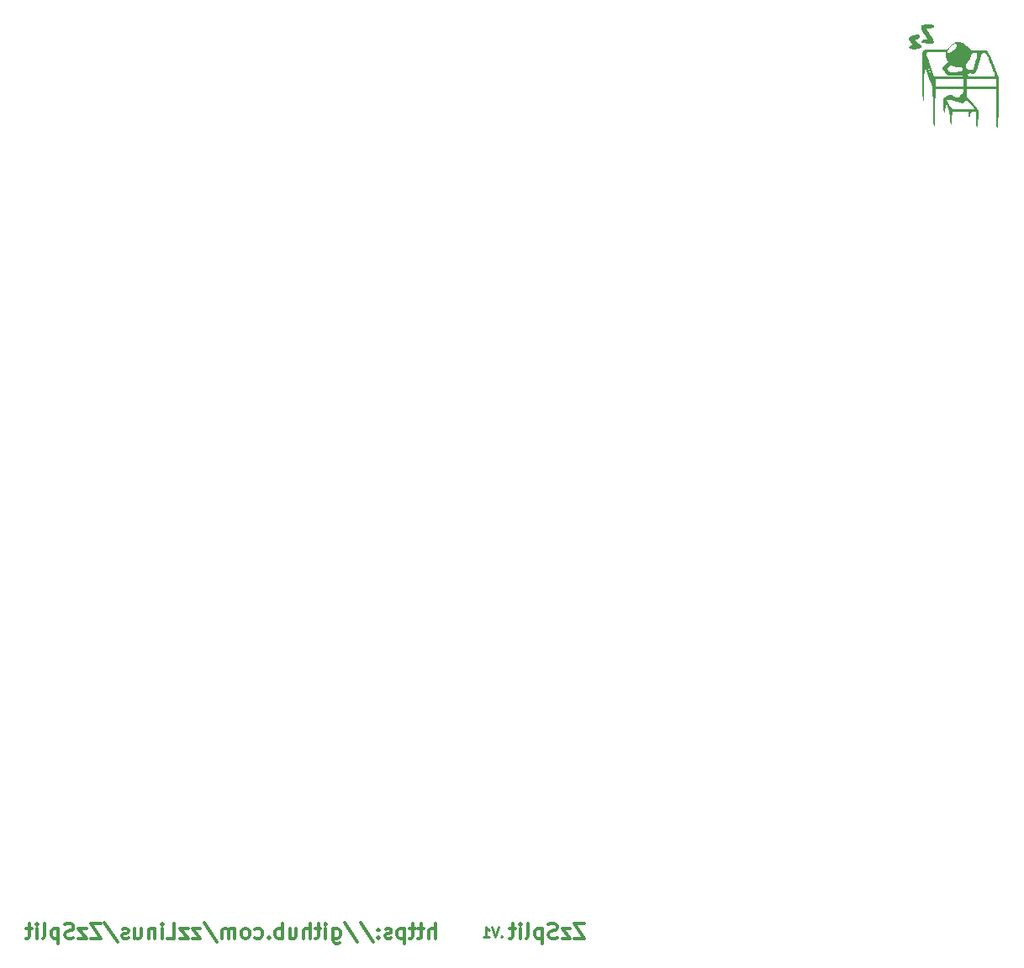
<source format=gbr>
%TF.GenerationSoftware,KiCad,Pcbnew,(6.0.7)*%
%TF.CreationDate,2022-08-16T18:04:40+00:00*%
%TF.ProjectId,top-right,746f702d-7269-4676-9874-2e6b69636164,rev?*%
%TF.SameCoordinates,Original*%
%TF.FileFunction,Legend,Bot*%
%TF.FilePolarity,Positive*%
%FSLAX46Y46*%
G04 Gerber Fmt 4.6, Leading zero omitted, Abs format (unit mm)*
G04 Created by KiCad (PCBNEW (6.0.7)) date 2022-08-16 18:04:40*
%MOMM*%
%LPD*%
G01*
G04 APERTURE LIST*
%ADD10C,0.250000*%
%ADD11C,0.300000*%
G04 APERTURE END LIST*
D10*
X185564761Y-132207142D02*
X185517142Y-132254761D01*
X185564761Y-132302380D01*
X185612380Y-132254761D01*
X185564761Y-132207142D01*
X185564761Y-132302380D01*
X185231428Y-131302380D02*
X184898095Y-132302380D01*
X184564761Y-131302380D01*
X183707619Y-132302380D02*
X184279047Y-132302380D01*
X183993333Y-132302380D02*
X183993333Y-131302380D01*
X184088571Y-131445238D01*
X184183809Y-131540476D01*
X184279047Y-131588095D01*
D11*
%TO.C,ZzSplit      https://github.com/zzLinus/ZzSplit*%
X193875142Y-130905428D02*
X192859142Y-130905428D01*
X193875142Y-132429428D01*
X192859142Y-132429428D01*
X192423714Y-131413428D02*
X191625428Y-131413428D01*
X192423714Y-132429428D01*
X191625428Y-132429428D01*
X191117428Y-132356857D02*
X190899714Y-132429428D01*
X190536857Y-132429428D01*
X190391714Y-132356857D01*
X190319142Y-132284285D01*
X190246571Y-132139142D01*
X190246571Y-131994000D01*
X190319142Y-131848857D01*
X190391714Y-131776285D01*
X190536857Y-131703714D01*
X190827142Y-131631142D01*
X190972285Y-131558571D01*
X191044857Y-131486000D01*
X191117428Y-131340857D01*
X191117428Y-131195714D01*
X191044857Y-131050571D01*
X190972285Y-130978000D01*
X190827142Y-130905428D01*
X190464285Y-130905428D01*
X190246571Y-130978000D01*
X189593428Y-131413428D02*
X189593428Y-132937428D01*
X189593428Y-131486000D02*
X189448285Y-131413428D01*
X189158000Y-131413428D01*
X189012857Y-131486000D01*
X188940285Y-131558571D01*
X188867714Y-131703714D01*
X188867714Y-132139142D01*
X188940285Y-132284285D01*
X189012857Y-132356857D01*
X189158000Y-132429428D01*
X189448285Y-132429428D01*
X189593428Y-132356857D01*
X187996857Y-132429428D02*
X188142000Y-132356857D01*
X188214571Y-132211714D01*
X188214571Y-130905428D01*
X187416285Y-132429428D02*
X187416285Y-131413428D01*
X187416285Y-130905428D02*
X187488857Y-130978000D01*
X187416285Y-131050571D01*
X187343714Y-130978000D01*
X187416285Y-130905428D01*
X187416285Y-131050571D01*
X186908285Y-131413428D02*
X186327714Y-131413428D01*
X186690571Y-130905428D02*
X186690571Y-132211714D01*
X186618000Y-132356857D01*
X186472857Y-132429428D01*
X186327714Y-132429428D01*
X178852857Y-132429428D02*
X178852857Y-130905428D01*
X178199714Y-132429428D02*
X178199714Y-131631142D01*
X178272285Y-131486000D01*
X178417428Y-131413428D01*
X178635142Y-131413428D01*
X178780285Y-131486000D01*
X178852857Y-131558571D01*
X177691714Y-131413428D02*
X177111142Y-131413428D01*
X177474000Y-130905428D02*
X177474000Y-132211714D01*
X177401428Y-132356857D01*
X177256285Y-132429428D01*
X177111142Y-132429428D01*
X176820857Y-131413428D02*
X176240285Y-131413428D01*
X176603142Y-130905428D02*
X176603142Y-132211714D01*
X176530571Y-132356857D01*
X176385428Y-132429428D01*
X176240285Y-132429428D01*
X175732285Y-131413428D02*
X175732285Y-132937428D01*
X175732285Y-131486000D02*
X175587142Y-131413428D01*
X175296857Y-131413428D01*
X175151714Y-131486000D01*
X175079142Y-131558571D01*
X175006571Y-131703714D01*
X175006571Y-132139142D01*
X175079142Y-132284285D01*
X175151714Y-132356857D01*
X175296857Y-132429428D01*
X175587142Y-132429428D01*
X175732285Y-132356857D01*
X174426000Y-132356857D02*
X174280857Y-132429428D01*
X173990571Y-132429428D01*
X173845428Y-132356857D01*
X173772857Y-132211714D01*
X173772857Y-132139142D01*
X173845428Y-131994000D01*
X173990571Y-131921428D01*
X174208285Y-131921428D01*
X174353428Y-131848857D01*
X174426000Y-131703714D01*
X174426000Y-131631142D01*
X174353428Y-131486000D01*
X174208285Y-131413428D01*
X173990571Y-131413428D01*
X173845428Y-131486000D01*
X173119714Y-132284285D02*
X173047142Y-132356857D01*
X173119714Y-132429428D01*
X173192285Y-132356857D01*
X173119714Y-132284285D01*
X173119714Y-132429428D01*
X173119714Y-131486000D02*
X173047142Y-131558571D01*
X173119714Y-131631142D01*
X173192285Y-131558571D01*
X173119714Y-131486000D01*
X173119714Y-131631142D01*
X171305428Y-130832857D02*
X172611714Y-132792285D01*
X169708857Y-130832857D02*
X171015142Y-132792285D01*
X168547714Y-131413428D02*
X168547714Y-132647142D01*
X168620285Y-132792285D01*
X168692857Y-132864857D01*
X168838000Y-132937428D01*
X169055714Y-132937428D01*
X169200857Y-132864857D01*
X168547714Y-132356857D02*
X168692857Y-132429428D01*
X168983142Y-132429428D01*
X169128285Y-132356857D01*
X169200857Y-132284285D01*
X169273428Y-132139142D01*
X169273428Y-131703714D01*
X169200857Y-131558571D01*
X169128285Y-131486000D01*
X168983142Y-131413428D01*
X168692857Y-131413428D01*
X168547714Y-131486000D01*
X167822000Y-132429428D02*
X167822000Y-131413428D01*
X167822000Y-130905428D02*
X167894571Y-130978000D01*
X167822000Y-131050571D01*
X167749428Y-130978000D01*
X167822000Y-130905428D01*
X167822000Y-131050571D01*
X167314000Y-131413428D02*
X166733428Y-131413428D01*
X167096285Y-130905428D02*
X167096285Y-132211714D01*
X167023714Y-132356857D01*
X166878571Y-132429428D01*
X166733428Y-132429428D01*
X166225428Y-132429428D02*
X166225428Y-130905428D01*
X165572285Y-132429428D02*
X165572285Y-131631142D01*
X165644857Y-131486000D01*
X165790000Y-131413428D01*
X166007714Y-131413428D01*
X166152857Y-131486000D01*
X166225428Y-131558571D01*
X164193428Y-131413428D02*
X164193428Y-132429428D01*
X164846571Y-131413428D02*
X164846571Y-132211714D01*
X164774000Y-132356857D01*
X164628857Y-132429428D01*
X164411142Y-132429428D01*
X164266000Y-132356857D01*
X164193428Y-132284285D01*
X163467714Y-132429428D02*
X163467714Y-130905428D01*
X163467714Y-131486000D02*
X163322571Y-131413428D01*
X163032285Y-131413428D01*
X162887142Y-131486000D01*
X162814571Y-131558571D01*
X162742000Y-131703714D01*
X162742000Y-132139142D01*
X162814571Y-132284285D01*
X162887142Y-132356857D01*
X163032285Y-132429428D01*
X163322571Y-132429428D01*
X163467714Y-132356857D01*
X162088857Y-132284285D02*
X162016285Y-132356857D01*
X162088857Y-132429428D01*
X162161428Y-132356857D01*
X162088857Y-132284285D01*
X162088857Y-132429428D01*
X160710000Y-132356857D02*
X160855142Y-132429428D01*
X161145428Y-132429428D01*
X161290571Y-132356857D01*
X161363142Y-132284285D01*
X161435714Y-132139142D01*
X161435714Y-131703714D01*
X161363142Y-131558571D01*
X161290571Y-131486000D01*
X161145428Y-131413428D01*
X160855142Y-131413428D01*
X160710000Y-131486000D01*
X159839142Y-132429428D02*
X159984285Y-132356857D01*
X160056857Y-132284285D01*
X160129428Y-132139142D01*
X160129428Y-131703714D01*
X160056857Y-131558571D01*
X159984285Y-131486000D01*
X159839142Y-131413428D01*
X159621428Y-131413428D01*
X159476285Y-131486000D01*
X159403714Y-131558571D01*
X159331142Y-131703714D01*
X159331142Y-132139142D01*
X159403714Y-132284285D01*
X159476285Y-132356857D01*
X159621428Y-132429428D01*
X159839142Y-132429428D01*
X158678000Y-132429428D02*
X158678000Y-131413428D01*
X158678000Y-131558571D02*
X158605428Y-131486000D01*
X158460285Y-131413428D01*
X158242571Y-131413428D01*
X158097428Y-131486000D01*
X158024857Y-131631142D01*
X158024857Y-132429428D01*
X158024857Y-131631142D02*
X157952285Y-131486000D01*
X157807142Y-131413428D01*
X157589428Y-131413428D01*
X157444285Y-131486000D01*
X157371714Y-131631142D01*
X157371714Y-132429428D01*
X155557428Y-130832857D02*
X156863714Y-132792285D01*
X155194571Y-131413428D02*
X154396285Y-131413428D01*
X155194571Y-132429428D01*
X154396285Y-132429428D01*
X153960857Y-131413428D02*
X153162571Y-131413428D01*
X153960857Y-132429428D01*
X153162571Y-132429428D01*
X151856285Y-132429428D02*
X152582000Y-132429428D01*
X152582000Y-130905428D01*
X151348285Y-132429428D02*
X151348285Y-131413428D01*
X151348285Y-130905428D02*
X151420857Y-130978000D01*
X151348285Y-131050571D01*
X151275714Y-130978000D01*
X151348285Y-130905428D01*
X151348285Y-131050571D01*
X150622571Y-131413428D02*
X150622571Y-132429428D01*
X150622571Y-131558571D02*
X150550000Y-131486000D01*
X150404857Y-131413428D01*
X150187142Y-131413428D01*
X150042000Y-131486000D01*
X149969428Y-131631142D01*
X149969428Y-132429428D01*
X148590571Y-131413428D02*
X148590571Y-132429428D01*
X149243714Y-131413428D02*
X149243714Y-132211714D01*
X149171142Y-132356857D01*
X149026000Y-132429428D01*
X148808285Y-132429428D01*
X148663142Y-132356857D01*
X148590571Y-132284285D01*
X147937428Y-132356857D02*
X147792285Y-132429428D01*
X147502000Y-132429428D01*
X147356857Y-132356857D01*
X147284285Y-132211714D01*
X147284285Y-132139142D01*
X147356857Y-131994000D01*
X147502000Y-131921428D01*
X147719714Y-131921428D01*
X147864857Y-131848857D01*
X147937428Y-131703714D01*
X147937428Y-131631142D01*
X147864857Y-131486000D01*
X147719714Y-131413428D01*
X147502000Y-131413428D01*
X147356857Y-131486000D01*
X145542571Y-130832857D02*
X146848857Y-132792285D01*
X145179714Y-130905428D02*
X144163714Y-130905428D01*
X145179714Y-132429428D01*
X144163714Y-132429428D01*
X143728285Y-131413428D02*
X142930000Y-131413428D01*
X143728285Y-132429428D01*
X142930000Y-132429428D01*
X142422000Y-132356857D02*
X142204285Y-132429428D01*
X141841428Y-132429428D01*
X141696285Y-132356857D01*
X141623714Y-132284285D01*
X141551142Y-132139142D01*
X141551142Y-131994000D01*
X141623714Y-131848857D01*
X141696285Y-131776285D01*
X141841428Y-131703714D01*
X142131714Y-131631142D01*
X142276857Y-131558571D01*
X142349428Y-131486000D01*
X142422000Y-131340857D01*
X142422000Y-131195714D01*
X142349428Y-131050571D01*
X142276857Y-130978000D01*
X142131714Y-130905428D01*
X141768857Y-130905428D01*
X141551142Y-130978000D01*
X140898000Y-131413428D02*
X140898000Y-132937428D01*
X140898000Y-131486000D02*
X140752857Y-131413428D01*
X140462571Y-131413428D01*
X140317428Y-131486000D01*
X140244857Y-131558571D01*
X140172285Y-131703714D01*
X140172285Y-132139142D01*
X140244857Y-132284285D01*
X140317428Y-132356857D01*
X140462571Y-132429428D01*
X140752857Y-132429428D01*
X140898000Y-132356857D01*
X139301428Y-132429428D02*
X139446571Y-132356857D01*
X139519142Y-132211714D01*
X139519142Y-130905428D01*
X138720857Y-132429428D02*
X138720857Y-131413428D01*
X138720857Y-130905428D02*
X138793428Y-130978000D01*
X138720857Y-131050571D01*
X138648285Y-130978000D01*
X138720857Y-130905428D01*
X138720857Y-131050571D01*
X138212857Y-131413428D02*
X137632285Y-131413428D01*
X137995142Y-130905428D02*
X137995142Y-132211714D01*
X137922571Y-132356857D01*
X137777428Y-132429428D01*
X137632285Y-132429428D01*
G36*
X228581637Y-40363266D02*
G01*
X228862079Y-40370579D01*
X229018947Y-40394957D01*
X229087335Y-40445755D01*
X229102333Y-40532334D01*
X229102291Y-40538475D01*
X229071478Y-40643191D01*
X228955025Y-40699110D01*
X228711164Y-40727023D01*
X228319994Y-40752380D01*
X228689997Y-41315720D01*
X228888045Y-41634542D01*
X229020790Y-41906382D01*
X229055593Y-42092496D01*
X229000088Y-42215023D01*
X228900945Y-42240983D01*
X228678844Y-42254399D01*
X228386254Y-42250301D01*
X228114901Y-42233910D01*
X227933247Y-42203737D01*
X227851394Y-42148865D01*
X227832333Y-42056334D01*
X227835471Y-42012149D01*
X227908202Y-41906941D01*
X228107500Y-41860469D01*
X228128102Y-41858322D01*
X228308566Y-41822767D01*
X228382666Y-41776536D01*
X228347157Y-41698076D01*
X228237725Y-41517144D01*
X228080133Y-41279869D01*
X227988839Y-41140690D01*
X227837233Y-40836815D01*
X227804967Y-40601802D01*
X227818239Y-40507297D01*
X227856859Y-40424027D01*
X227953087Y-40381172D01*
X228144164Y-40365305D01*
X228467333Y-40363000D01*
X228581637Y-40363266D01*
G37*
G36*
X235579333Y-48154793D02*
G01*
X235579212Y-48320522D01*
X235576538Y-48938255D01*
X235570714Y-49494744D01*
X235562203Y-49968373D01*
X235551469Y-50337524D01*
X235538977Y-50580579D01*
X235525191Y-50675921D01*
X235467012Y-50710052D01*
X235417359Y-50669278D01*
X235380157Y-50533200D01*
X235353881Y-50287026D01*
X235337003Y-49915963D01*
X235327996Y-49405220D01*
X235325333Y-48740003D01*
X235325333Y-46840000D01*
X232362000Y-46840000D01*
X232362000Y-47254275D01*
X232362974Y-47324558D01*
X232396667Y-47593758D01*
X232475967Y-47712283D01*
X232516470Y-47739750D01*
X232658681Y-47878018D01*
X232859697Y-48101340D01*
X233089800Y-48377508D01*
X233417356Y-48784764D01*
X233589666Y-48999000D01*
X233547333Y-49825530D01*
X233533633Y-50040007D01*
X233500890Y-50357747D01*
X233461420Y-50572656D01*
X233420333Y-50651499D01*
X233403201Y-50637852D01*
X233363497Y-50499355D01*
X233331281Y-50238434D01*
X233311323Y-49888469D01*
X233286979Y-49126000D01*
X233041520Y-49126000D01*
X232906795Y-49136125D01*
X232808126Y-49210151D01*
X232769531Y-49401167D01*
X232767330Y-49421586D01*
X232723155Y-49602173D01*
X232658333Y-49676334D01*
X232651977Y-49675578D01*
X232588026Y-49588600D01*
X232547135Y-49401167D01*
X232520604Y-49126000D01*
X230929789Y-49126000D01*
X230905061Y-49782167D01*
X230904934Y-49785529D01*
X230879127Y-50152742D01*
X230839998Y-50355977D01*
X230793467Y-50399457D01*
X230745454Y-50287403D01*
X230701881Y-50024037D01*
X230668666Y-49613582D01*
X230664828Y-49546284D01*
X230623115Y-49095855D01*
X230556334Y-48770940D01*
X230457000Y-48533334D01*
X230287666Y-48237000D01*
X230245333Y-48725443D01*
X230221174Y-48943076D01*
X230174069Y-49163076D01*
X230122814Y-49223935D01*
X230073913Y-49131565D01*
X230033869Y-48891877D01*
X230009183Y-48510782D01*
X230004195Y-48341654D01*
X230002714Y-48039359D01*
X230008220Y-47983000D01*
X230357859Y-47983000D01*
X230642744Y-48427500D01*
X230927630Y-48872000D01*
X232072949Y-48872000D01*
X232514530Y-48873297D01*
X232848135Y-48868814D01*
X233042627Y-48844122D01*
X233113681Y-48784764D01*
X233076977Y-48676285D01*
X232948191Y-48504229D01*
X232743000Y-48254138D01*
X232601319Y-48093201D01*
X232423969Y-47965238D01*
X232270402Y-47979188D01*
X232109691Y-48128936D01*
X231957240Y-48317206D01*
X231406808Y-48122887D01*
X231112813Y-48033238D01*
X230815274Y-47969807D01*
X230607117Y-47955784D01*
X230357859Y-47983000D01*
X230008220Y-47983000D01*
X230020539Y-47856911D01*
X230063189Y-47759630D01*
X230136183Y-47712834D01*
X230221011Y-47669862D01*
X230355374Y-47544885D01*
X230409110Y-47492071D01*
X230597441Y-47440437D01*
X230832512Y-47464455D01*
X231044682Y-47562360D01*
X231147831Y-47621846D01*
X231350257Y-47679762D01*
X231546718Y-47687460D01*
X231685115Y-47645544D01*
X231713346Y-47554616D01*
X231710924Y-47459682D01*
X231843003Y-47375408D01*
X231981430Y-47285205D01*
X232023333Y-47084125D01*
X232023333Y-46840000D01*
X229232573Y-46840000D01*
X229209786Y-48702771D01*
X229202372Y-49162512D01*
X229185167Y-49766615D01*
X229162679Y-50202549D01*
X229136285Y-50470931D01*
X229107366Y-50572374D01*
X229077299Y-50507497D01*
X229047462Y-50276912D01*
X229019235Y-49881238D01*
X228993995Y-49321089D01*
X228973122Y-48597080D01*
X228928578Y-46628334D01*
X228912788Y-46586000D01*
X229229333Y-46586000D01*
X232023333Y-46586000D01*
X232362000Y-46586000D01*
X235325333Y-46586000D01*
X235325333Y-45824000D01*
X232362000Y-45824000D01*
X232362000Y-46586000D01*
X232023333Y-46586000D01*
X232023333Y-45824000D01*
X229229333Y-45824000D01*
X229229333Y-46586000D01*
X228912788Y-46586000D01*
X228533830Y-45570000D01*
X228139082Y-44511667D01*
X228112707Y-46289667D01*
X228101662Y-46836959D01*
X228083497Y-47357989D01*
X228060293Y-47744519D01*
X228032775Y-47984946D01*
X228001666Y-48067667D01*
X227999761Y-48067260D01*
X227973888Y-47976005D01*
X227951082Y-47742515D01*
X227931547Y-47392105D01*
X227915486Y-46950091D01*
X227903105Y-46441789D01*
X227894607Y-45892514D01*
X227890197Y-45327582D01*
X227890078Y-44772308D01*
X227894456Y-44252009D01*
X227903533Y-43792000D01*
X227907690Y-43680691D01*
X228143662Y-43680691D01*
X228178335Y-43823042D01*
X228257428Y-44084027D01*
X228371836Y-44434437D01*
X228512457Y-44845065D01*
X228573409Y-45018822D01*
X228732901Y-45464902D01*
X228847290Y-45767333D01*
X228922125Y-45939297D01*
X228962956Y-45993976D01*
X228975333Y-45944555D01*
X228974775Y-45937895D01*
X228941009Y-45813222D01*
X228863801Y-45577465D01*
X228755498Y-45264514D01*
X228628451Y-44908259D01*
X228495006Y-44542589D01*
X228367512Y-44201395D01*
X228258317Y-43918566D01*
X228179770Y-43727991D01*
X228144218Y-43663560D01*
X228143662Y-43680691D01*
X227907690Y-43680691D01*
X227917515Y-43417597D01*
X227934863Y-43178167D01*
X228297597Y-43178167D01*
X228302058Y-43200728D01*
X228348205Y-43355792D01*
X228436451Y-43628308D01*
X228556927Y-43988165D01*
X228699764Y-44405254D01*
X229102333Y-45568841D01*
X230605166Y-45569421D01*
X231040377Y-45566454D01*
X231467108Y-45556487D01*
X231805224Y-45540748D01*
X232027822Y-45520532D01*
X232108000Y-45497131D01*
X232084507Y-45480606D01*
X231930707Y-45459891D01*
X231665105Y-45453532D01*
X231324833Y-45463141D01*
X230541666Y-45502019D01*
X230493477Y-45452059D01*
X232446666Y-45452059D01*
X232456406Y-45480442D01*
X232487358Y-45497131D01*
X232525045Y-45517452D01*
X232677673Y-45543125D01*
X232935614Y-45559248D01*
X233320190Y-45567610D01*
X233852725Y-45570000D01*
X234146529Y-45569724D01*
X234583710Y-45566723D01*
X234886344Y-45558381D01*
X235077168Y-45542211D01*
X235178919Y-45515722D01*
X235214333Y-45476426D01*
X235206148Y-45421834D01*
X235202367Y-45411323D01*
X235145504Y-45258590D01*
X235043334Y-44987886D01*
X234909093Y-44634185D01*
X234756017Y-44232459D01*
X234716772Y-44129711D01*
X234565107Y-43738195D01*
X234454350Y-43475180D01*
X234368762Y-43316084D01*
X234292607Y-43236321D01*
X234210148Y-43211308D01*
X234105648Y-43216459D01*
X234026437Y-43226540D01*
X233936904Y-43259708D01*
X233928958Y-43268944D01*
X233867183Y-43340746D01*
X233802591Y-43498884D01*
X233728447Y-43763358D01*
X233630070Y-44163399D01*
X233596423Y-44299961D01*
X233472003Y-44741786D01*
X233398283Y-44924668D01*
X233351359Y-45041074D01*
X233220820Y-45218188D01*
X233066712Y-45293488D01*
X232875366Y-45287333D01*
X232714788Y-45270966D01*
X232517684Y-45317638D01*
X232446666Y-45452059D01*
X230493477Y-45452059D01*
X230204826Y-45152800D01*
X230157739Y-45103234D01*
X229980292Y-44878168D01*
X229973113Y-44845007D01*
X230437685Y-44845007D01*
X230538962Y-44974345D01*
X230637782Y-45059003D01*
X230828057Y-45124726D01*
X231126289Y-45138227D01*
X231267211Y-45132879D01*
X231558431Y-45107576D01*
X231769333Y-45070910D01*
X231889556Y-45025813D01*
X231961680Y-44924668D01*
X231951366Y-44723334D01*
X231950672Y-44720036D01*
X231860839Y-44662456D01*
X231673323Y-44638667D01*
X231640940Y-44638022D01*
X231365771Y-44605613D01*
X231076491Y-44539351D01*
X231052915Y-44532340D01*
X230940921Y-44506906D01*
X232282475Y-44506906D01*
X232312175Y-44661907D01*
X232352230Y-44749880D01*
X232478570Y-44860027D01*
X232713841Y-44908434D01*
X232863996Y-44919487D01*
X232997022Y-44894822D01*
X233078422Y-44786906D01*
X233158072Y-44556190D01*
X233186859Y-44460894D01*
X233268779Y-44157504D01*
X233323814Y-43907711D01*
X233368719Y-43674134D01*
X233425420Y-43420878D01*
X233427329Y-43413234D01*
X233447393Y-43268944D01*
X233380797Y-43210372D01*
X233186333Y-43199334D01*
X233129927Y-43199745D01*
X232965057Y-43223089D01*
X232884848Y-43317635D01*
X232838444Y-43532018D01*
X232743781Y-43819496D01*
X232510122Y-44155515D01*
X232497123Y-44169305D01*
X232336631Y-44361874D01*
X232282475Y-44506906D01*
X230940921Y-44506906D01*
X230837703Y-44483465D01*
X230699563Y-44509071D01*
X230564008Y-44621029D01*
X230448477Y-44748839D01*
X230437685Y-44845007D01*
X229973113Y-44845007D01*
X229942224Y-44702314D01*
X230048377Y-44535733D01*
X230303598Y-44338486D01*
X230557640Y-44165306D01*
X230401487Y-43874141D01*
X230385509Y-43843122D01*
X230286001Y-43581841D01*
X230245333Y-43348821D01*
X230245333Y-43135834D01*
X230414983Y-43135834D01*
X230456131Y-43199787D01*
X230592431Y-43193638D01*
X230786125Y-43116921D01*
X230997582Y-42990190D01*
X231187173Y-42833998D01*
X231315267Y-42668901D01*
X231381252Y-42507361D01*
X231375097Y-42350300D01*
X231249106Y-42308745D01*
X231013317Y-42391906D01*
X231011956Y-42392612D01*
X230818931Y-42536529D01*
X230625019Y-42745764D01*
X230475333Y-42964228D01*
X230414983Y-43135834D01*
X230245333Y-43135834D01*
X230245333Y-43114667D01*
X229271666Y-43114667D01*
X228909548Y-43119246D01*
X228591980Y-43132799D01*
X228376851Y-43153166D01*
X228297597Y-43178167D01*
X227934863Y-43178167D01*
X227936606Y-43154115D01*
X227961009Y-43026870D01*
X227997727Y-42972025D01*
X228069468Y-42921602D01*
X228195911Y-42889131D01*
X228405707Y-42870734D01*
X228727512Y-42862538D01*
X229189979Y-42860667D01*
X230330000Y-42860667D01*
X230660046Y-42530621D01*
X230899365Y-42327081D01*
X231295039Y-42135848D01*
X231697068Y-42112656D01*
X232097871Y-42257345D01*
X232411586Y-42507361D01*
X232489871Y-42569750D01*
X232854896Y-42945333D01*
X233661784Y-42945334D01*
X233798987Y-42946349D01*
X234163264Y-42961499D01*
X234414607Y-42992507D01*
X234524962Y-43036411D01*
X234549787Y-43088304D01*
X234631301Y-43280917D01*
X234754669Y-43584222D01*
X234908222Y-43969404D01*
X235080292Y-44407648D01*
X235496931Y-45476426D01*
X235579333Y-45687808D01*
X235579333Y-48154793D01*
G37*
G36*
X227646206Y-41413006D02*
G01*
X227675627Y-41451897D01*
X227680349Y-41602154D01*
X227565641Y-41749001D01*
X227362165Y-41845730D01*
X227262752Y-41875619D01*
X227238964Y-41923463D01*
X227320443Y-42015538D01*
X227521357Y-42181747D01*
X227596902Y-42244454D01*
X227797949Y-42455295D01*
X227841132Y-42611152D01*
X227725617Y-42719124D01*
X227450576Y-42786310D01*
X227054360Y-42828834D01*
X226769031Y-42824387D01*
X226611012Y-42765369D01*
X226562333Y-42649000D01*
X226593550Y-42536722D01*
X226752833Y-42452612D01*
X226818616Y-42440922D01*
X226926307Y-42383543D01*
X226896660Y-42275728D01*
X226728145Y-42095359D01*
X226694451Y-42062717D01*
X226543591Y-41854795D01*
X226551314Y-41685273D01*
X226720854Y-41547632D01*
X227055442Y-41435354D01*
X227347302Y-41374435D01*
X227540005Y-41365447D01*
X227646206Y-41413006D01*
G37*
%TD*%
M02*

</source>
